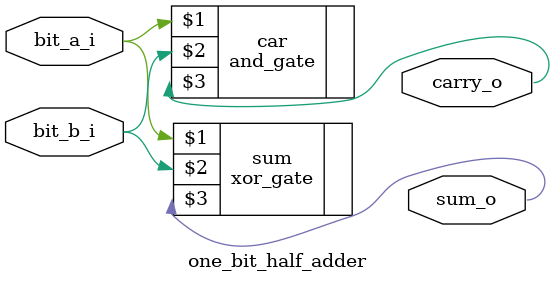
<source format=sv>
/* 
 *
 *
 * @file  one_bit_half_adder.sv
 * @autor Luis Arturo Mora Granados
 * @date  14/09/2018
 * @src   Based on code found in Harris, D., & Harris, S. 
 *        Digital design and computer architecture. Elsevier. 2012.
 */

module one_bit_half_adder
(
    input logic bit_a_i, bit_b_i,
    output logic sum_o, carry_o
);
    xor_gate #(1) sum(bit_a_i, bit_b_i, sum_o);
    and_gate #(1) car(bit_a_i, bit_b_i, carry_o);
endmodule

</source>
